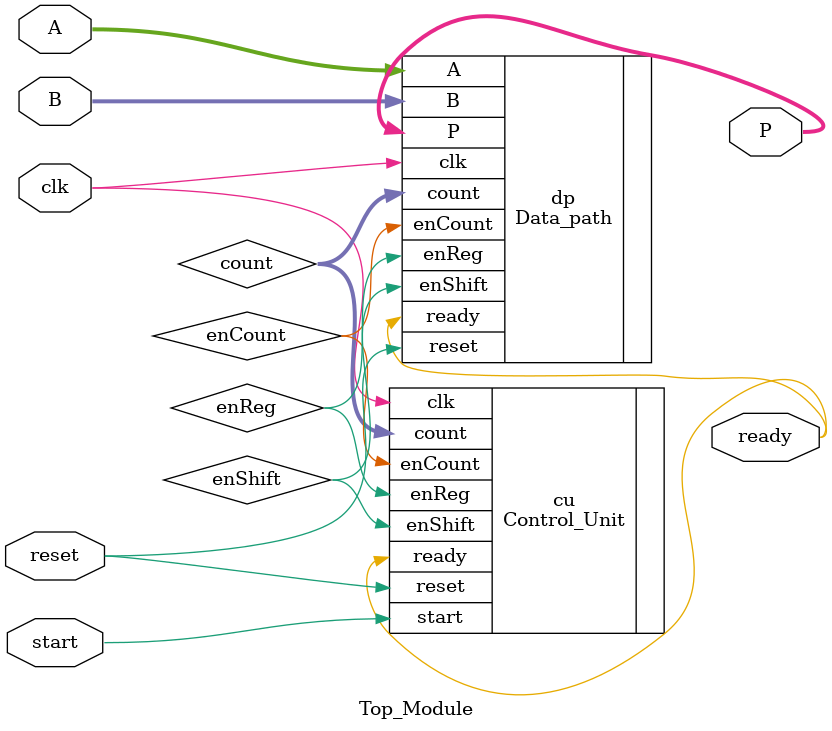
<source format=sv>
module Top_Module(
    input logic clk,
    input logic reset,
    input logic start,
    input logic [15:0] A,
    input logic [15:0] B,
    output logic [31:0] P,
    output logic ready
);

    // Wires to connect Control Unit and Data Path
    logic enReg, enCount, enShift;
    logic [3:0] count;

    // Instantiate the Control Unit
    Control_Unit cu (
        .clk(clk),
        .reset(reset),
        .start(start),
        .enReg(enReg),
        .count(count),
        .enCount(enCount),
        .enShift(enShift),
        .ready(ready)
    );

    // Instantiate the Data Path
    Data_path dp (
        .clk(clk),
        .reset(reset),
        .enReg(enReg),
        .ready(ready),
        .enCount(enCount),
        .enShift(enShift),
        .A(A),
        .B(B),
        .P(P),
        .count(count)
        //.start(start)
    );

endmodule

</source>
